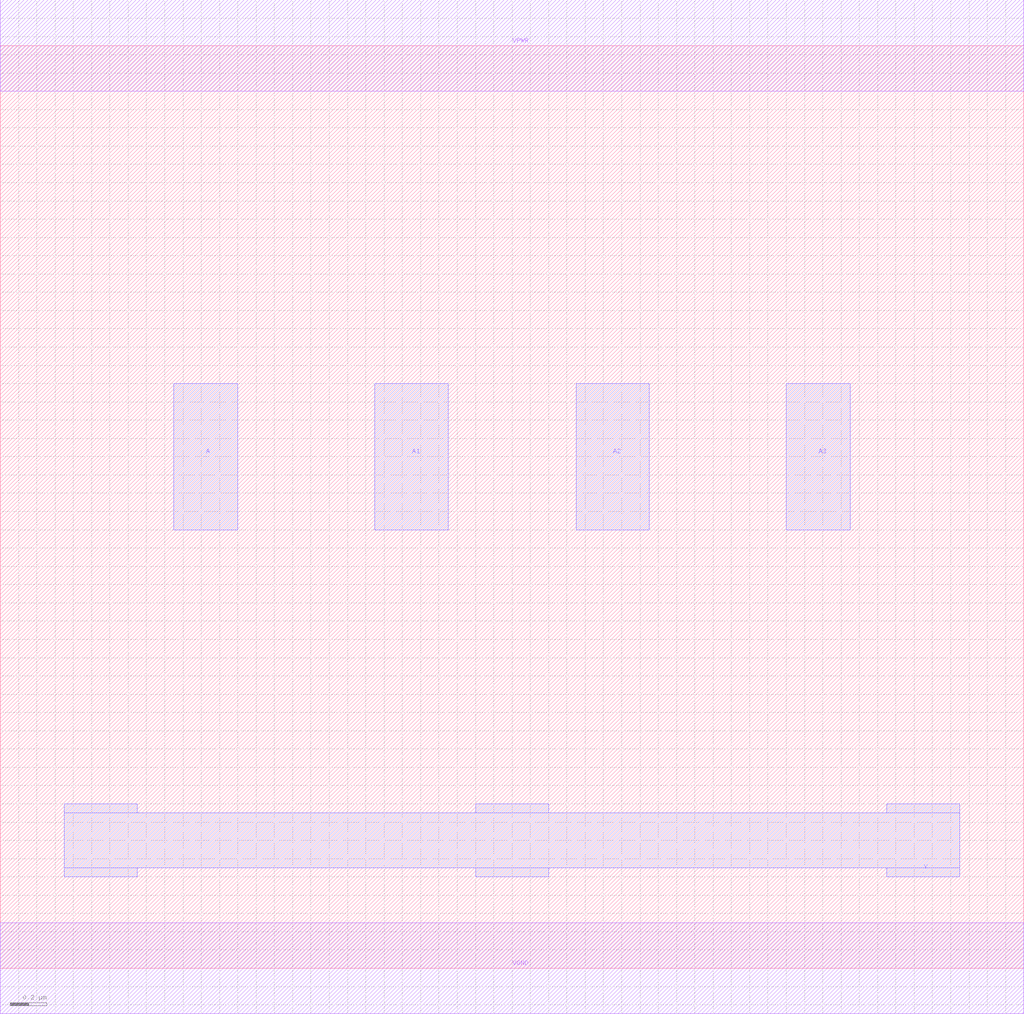
<source format=lef>
VERSION 5.7 ;
  NOWIREEXTENSIONATPIN ON ;
  DIVIDERCHAR "/" ;
  BUSBITCHARS "[]" ;
MACRO NOR4
  CLASS CORE ;
  FOREIGN NOR4 ;
  ORIGIN 0.000 0.000 ;
  SIZE 5.600 BY 5.050 ;
  SYMMETRY X Y R90 ;
  SITE unit ;
  PIN VPWR
    DIRECTION INOUT ;
    USE POWER ;
    SHAPE ABUTMENT ;
    PORT
      LAYER Metal1 ;
        RECT 0.000 4.800 5.600 5.300 ;
    END
  END VPWR
  PIN VGND
    DIRECTION INOUT ;
    USE GROUND ;
    SHAPE ABUTMENT ;
    PORT
      LAYER Metal1 ;
        RECT 0.000 -0.250 5.600 0.250 ;
    END
  END VGND
  PIN Y
    DIRECTION INOUT ;
    USE SIGNAL ;
    SHAPE ABUTMENT ;
    PORT
      LAYER Metal2 ;
        RECT 0.350 0.850 0.750 0.900 ;
        RECT 2.600 0.850 3.000 0.900 ;
        RECT 4.850 0.850 5.250 0.900 ;
        RECT 0.350 0.550 5.250 0.850 ;
        RECT 0.350 0.500 0.750 0.550 ;
        RECT 2.600 0.500 3.000 0.550 ;
        RECT 4.850 0.500 5.250 0.550 ;
    END
  END Y
  PIN A2
    DIRECTION INOUT ;
    USE SIGNAL ;
    SHAPE ABUTMENT ;
    PORT
      LAYER Metal2 ;
        RECT 3.150 2.400 3.550 3.200 ;
    END
  END A2
  PIN A1
    DIRECTION INOUT ;
    USE SIGNAL ;
    SHAPE ABUTMENT ;
    PORT
      LAYER Metal2 ;
        RECT 2.050 2.400 2.450 3.200 ;
    END
  END A1
  PIN A3
    DIRECTION INOUT ;
    USE SIGNAL ;
    SHAPE ABUTMENT ;
    PORT
      LAYER Metal2 ;
        RECT 4.300 2.400 4.650 3.200 ;
    END
  END A3
  PIN A
    DIRECTION INOUT ;
    USE SIGNAL ;
    SHAPE ABUTMENT ;
    PORT
      LAYER Metal2 ;
        RECT 0.950 2.400 1.300 3.200 ;
    END
  END A
END NOR4
END LIBRARY


</source>
